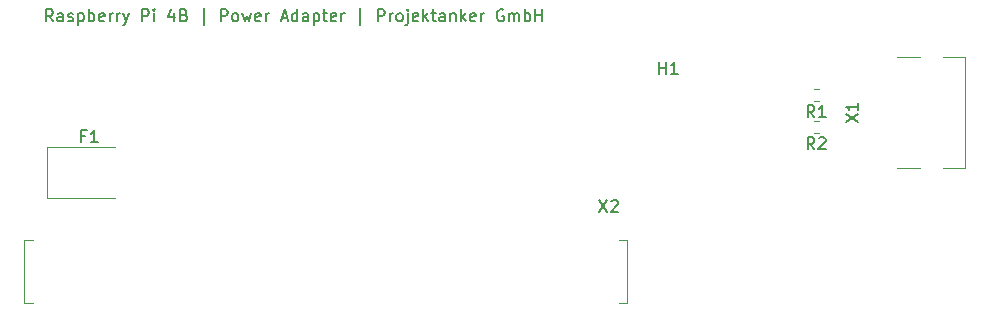
<source format=gto>
G04 #@! TF.GenerationSoftware,KiCad,Pcbnew,(5.1.5)-3*
G04 #@! TF.CreationDate,2021-11-13T16:12:44+01:00*
G04 #@! TF.ProjectId,rp4b-power-adapter,72703462-2d70-46f7-9765-722d61646170,rev?*
G04 #@! TF.SameCoordinates,PX5f5e100PY6052340*
G04 #@! TF.FileFunction,Legend,Top*
G04 #@! TF.FilePolarity,Positive*
%FSLAX46Y46*%
G04 Gerber Fmt 4.6, Leading zero omitted, Abs format (unit mm)*
G04 Created by KiCad (PCBNEW (5.1.5)-3) date 2021-11-13 16:12:44*
%MOMM*%
%LPD*%
G04 APERTURE LIST*
%ADD10C,0.150000*%
%ADD11C,0.120000*%
%ADD12C,1.902000*%
%ADD13R,1.122000X1.882000*%
%ADD14C,1.122000*%
%ADD15C,2.802000*%
%ADD16C,0.100000*%
%ADD17R,2.602000X2.402000*%
%ADD18R,1.552000X0.702000*%
%ADD19R,1.552000X0.402000*%
%ADD20O,2.202000X1.102000*%
%ADD21C,0.752000*%
%ADD22O,1.702000X1.102000*%
G04 APERTURE END LIST*
D10*
X2407023Y25697620D02*
X2073690Y26173810D01*
X1835595Y25697620D02*
X1835595Y26697620D01*
X2216547Y26697620D01*
X2311785Y26650000D01*
X2359404Y26602381D01*
X2407023Y26507143D01*
X2407023Y26364286D01*
X2359404Y26269048D01*
X2311785Y26221429D01*
X2216547Y26173810D01*
X1835595Y26173810D01*
X3264166Y25697620D02*
X3264166Y26221429D01*
X3216547Y26316667D01*
X3121309Y26364286D01*
X2930833Y26364286D01*
X2835595Y26316667D01*
X3264166Y25745239D02*
X3168928Y25697620D01*
X2930833Y25697620D01*
X2835595Y25745239D01*
X2787976Y25840477D01*
X2787976Y25935715D01*
X2835595Y26030953D01*
X2930833Y26078572D01*
X3168928Y26078572D01*
X3264166Y26126191D01*
X3692738Y25745239D02*
X3787976Y25697620D01*
X3978452Y25697620D01*
X4073690Y25745239D01*
X4121309Y25840477D01*
X4121309Y25888096D01*
X4073690Y25983334D01*
X3978452Y26030953D01*
X3835595Y26030953D01*
X3740357Y26078572D01*
X3692738Y26173810D01*
X3692738Y26221429D01*
X3740357Y26316667D01*
X3835595Y26364286D01*
X3978452Y26364286D01*
X4073690Y26316667D01*
X4549880Y26364286D02*
X4549880Y25364286D01*
X4549880Y26316667D02*
X4645119Y26364286D01*
X4835595Y26364286D01*
X4930833Y26316667D01*
X4978452Y26269048D01*
X5026071Y26173810D01*
X5026071Y25888096D01*
X4978452Y25792858D01*
X4930833Y25745239D01*
X4835595Y25697620D01*
X4645119Y25697620D01*
X4549880Y25745239D01*
X5454642Y25697620D02*
X5454642Y26697620D01*
X5454642Y26316667D02*
X5549880Y26364286D01*
X5740357Y26364286D01*
X5835595Y26316667D01*
X5883214Y26269048D01*
X5930833Y26173810D01*
X5930833Y25888096D01*
X5883214Y25792858D01*
X5835595Y25745239D01*
X5740357Y25697620D01*
X5549880Y25697620D01*
X5454642Y25745239D01*
X6740357Y25745239D02*
X6645119Y25697620D01*
X6454642Y25697620D01*
X6359404Y25745239D01*
X6311785Y25840477D01*
X6311785Y26221429D01*
X6359404Y26316667D01*
X6454642Y26364286D01*
X6645119Y26364286D01*
X6740357Y26316667D01*
X6787976Y26221429D01*
X6787976Y26126191D01*
X6311785Y26030953D01*
X7216547Y25697620D02*
X7216547Y26364286D01*
X7216547Y26173810D02*
X7264166Y26269048D01*
X7311785Y26316667D01*
X7407023Y26364286D01*
X7502261Y26364286D01*
X7835595Y25697620D02*
X7835595Y26364286D01*
X7835595Y26173810D02*
X7883214Y26269048D01*
X7930833Y26316667D01*
X8026071Y26364286D01*
X8121309Y26364286D01*
X8359404Y26364286D02*
X8597500Y25697620D01*
X8835595Y26364286D02*
X8597500Y25697620D01*
X8502261Y25459524D01*
X8454642Y25411905D01*
X8359404Y25364286D01*
X9978452Y25697620D02*
X9978452Y26697620D01*
X10359404Y26697620D01*
X10454642Y26650000D01*
X10502261Y26602381D01*
X10549880Y26507143D01*
X10549880Y26364286D01*
X10502261Y26269048D01*
X10454642Y26221429D01*
X10359404Y26173810D01*
X9978452Y26173810D01*
X10978452Y25697620D02*
X10978452Y26364286D01*
X10978452Y26697620D02*
X10930833Y26650000D01*
X10978452Y26602381D01*
X11026071Y26650000D01*
X10978452Y26697620D01*
X10978452Y26602381D01*
X12645119Y26364286D02*
X12645119Y25697620D01*
X12407023Y26745239D02*
X12168928Y26030953D01*
X12787976Y26030953D01*
X13502261Y26221429D02*
X13645119Y26173810D01*
X13692738Y26126191D01*
X13740357Y26030953D01*
X13740357Y25888096D01*
X13692738Y25792858D01*
X13645119Y25745239D01*
X13549880Y25697620D01*
X13168928Y25697620D01*
X13168928Y26697620D01*
X13502261Y26697620D01*
X13597500Y26650000D01*
X13645119Y26602381D01*
X13692738Y26507143D01*
X13692738Y26411905D01*
X13645119Y26316667D01*
X13597500Y26269048D01*
X13502261Y26221429D01*
X13168928Y26221429D01*
X15168928Y25364286D02*
X15168928Y26792858D01*
X16645119Y25697620D02*
X16645119Y26697620D01*
X17026071Y26697620D01*
X17121309Y26650000D01*
X17168928Y26602381D01*
X17216547Y26507143D01*
X17216547Y26364286D01*
X17168928Y26269048D01*
X17121309Y26221429D01*
X17026071Y26173810D01*
X16645119Y26173810D01*
X17787976Y25697620D02*
X17692738Y25745239D01*
X17645119Y25792858D01*
X17597500Y25888096D01*
X17597500Y26173810D01*
X17645119Y26269048D01*
X17692738Y26316667D01*
X17787976Y26364286D01*
X17930833Y26364286D01*
X18026071Y26316667D01*
X18073690Y26269048D01*
X18121309Y26173810D01*
X18121309Y25888096D01*
X18073690Y25792858D01*
X18026071Y25745239D01*
X17930833Y25697620D01*
X17787976Y25697620D01*
X18454642Y26364286D02*
X18645119Y25697620D01*
X18835595Y26173810D01*
X19026071Y25697620D01*
X19216547Y26364286D01*
X19978452Y25745239D02*
X19883214Y25697620D01*
X19692738Y25697620D01*
X19597500Y25745239D01*
X19549880Y25840477D01*
X19549880Y26221429D01*
X19597500Y26316667D01*
X19692738Y26364286D01*
X19883214Y26364286D01*
X19978452Y26316667D01*
X20026071Y26221429D01*
X20026071Y26126191D01*
X19549880Y26030953D01*
X20454642Y25697620D02*
X20454642Y26364286D01*
X20454642Y26173810D02*
X20502261Y26269048D01*
X20549880Y26316667D01*
X20645119Y26364286D01*
X20740357Y26364286D01*
X21787976Y25983334D02*
X22264166Y25983334D01*
X21692738Y25697620D02*
X22026071Y26697620D01*
X22359404Y25697620D01*
X23121309Y25697620D02*
X23121309Y26697620D01*
X23121309Y25745239D02*
X23026071Y25697620D01*
X22835595Y25697620D01*
X22740357Y25745239D01*
X22692738Y25792858D01*
X22645119Y25888096D01*
X22645119Y26173810D01*
X22692738Y26269048D01*
X22740357Y26316667D01*
X22835595Y26364286D01*
X23026071Y26364286D01*
X23121309Y26316667D01*
X24026071Y25697620D02*
X24026071Y26221429D01*
X23978452Y26316667D01*
X23883214Y26364286D01*
X23692738Y26364286D01*
X23597500Y26316667D01*
X24026071Y25745239D02*
X23930833Y25697620D01*
X23692738Y25697620D01*
X23597500Y25745239D01*
X23549880Y25840477D01*
X23549880Y25935715D01*
X23597500Y26030953D01*
X23692738Y26078572D01*
X23930833Y26078572D01*
X24026071Y26126191D01*
X24502261Y26364286D02*
X24502261Y25364286D01*
X24502261Y26316667D02*
X24597500Y26364286D01*
X24787976Y26364286D01*
X24883214Y26316667D01*
X24930833Y26269048D01*
X24978452Y26173810D01*
X24978452Y25888096D01*
X24930833Y25792858D01*
X24883214Y25745239D01*
X24787976Y25697620D01*
X24597500Y25697620D01*
X24502261Y25745239D01*
X25264166Y26364286D02*
X25645119Y26364286D01*
X25407023Y26697620D02*
X25407023Y25840477D01*
X25454642Y25745239D01*
X25549880Y25697620D01*
X25645119Y25697620D01*
X26359404Y25745239D02*
X26264166Y25697620D01*
X26073690Y25697620D01*
X25978452Y25745239D01*
X25930833Y25840477D01*
X25930833Y26221429D01*
X25978452Y26316667D01*
X26073690Y26364286D01*
X26264166Y26364286D01*
X26359404Y26316667D01*
X26407023Y26221429D01*
X26407023Y26126191D01*
X25930833Y26030953D01*
X26835595Y25697620D02*
X26835595Y26364286D01*
X26835595Y26173810D02*
X26883214Y26269048D01*
X26930833Y26316667D01*
X27026071Y26364286D01*
X27121309Y26364286D01*
X28454642Y25364286D02*
X28454642Y26792858D01*
X29930833Y25697620D02*
X29930833Y26697620D01*
X30311785Y26697620D01*
X30407023Y26650000D01*
X30454642Y26602381D01*
X30502261Y26507143D01*
X30502261Y26364286D01*
X30454642Y26269048D01*
X30407023Y26221429D01*
X30311785Y26173810D01*
X29930833Y26173810D01*
X30930833Y25697620D02*
X30930833Y26364286D01*
X30930833Y26173810D02*
X30978452Y26269048D01*
X31026071Y26316667D01*
X31121309Y26364286D01*
X31216547Y26364286D01*
X31692738Y25697620D02*
X31597500Y25745239D01*
X31549880Y25792858D01*
X31502261Y25888096D01*
X31502261Y26173810D01*
X31549880Y26269048D01*
X31597500Y26316667D01*
X31692738Y26364286D01*
X31835595Y26364286D01*
X31930833Y26316667D01*
X31978452Y26269048D01*
X32026071Y26173810D01*
X32026071Y25888096D01*
X31978452Y25792858D01*
X31930833Y25745239D01*
X31835595Y25697620D01*
X31692738Y25697620D01*
X32454642Y26364286D02*
X32454642Y25507143D01*
X32407023Y25411905D01*
X32311785Y25364286D01*
X32264166Y25364286D01*
X32454642Y26697620D02*
X32407023Y26650000D01*
X32454642Y26602381D01*
X32502261Y26650000D01*
X32454642Y26697620D01*
X32454642Y26602381D01*
X33311785Y25745239D02*
X33216547Y25697620D01*
X33026071Y25697620D01*
X32930833Y25745239D01*
X32883214Y25840477D01*
X32883214Y26221429D01*
X32930833Y26316667D01*
X33026071Y26364286D01*
X33216547Y26364286D01*
X33311785Y26316667D01*
X33359404Y26221429D01*
X33359404Y26126191D01*
X32883214Y26030953D01*
X33787976Y25697620D02*
X33787976Y26697620D01*
X33883214Y26078572D02*
X34168928Y25697620D01*
X34168928Y26364286D02*
X33787976Y25983334D01*
X34454642Y26364286D02*
X34835595Y26364286D01*
X34597500Y26697620D02*
X34597500Y25840477D01*
X34645119Y25745239D01*
X34740357Y25697620D01*
X34835595Y25697620D01*
X35597500Y25697620D02*
X35597500Y26221429D01*
X35549880Y26316667D01*
X35454642Y26364286D01*
X35264166Y26364286D01*
X35168928Y26316667D01*
X35597500Y25745239D02*
X35502261Y25697620D01*
X35264166Y25697620D01*
X35168928Y25745239D01*
X35121309Y25840477D01*
X35121309Y25935715D01*
X35168928Y26030953D01*
X35264166Y26078572D01*
X35502261Y26078572D01*
X35597500Y26126191D01*
X36073690Y26364286D02*
X36073690Y25697620D01*
X36073690Y26269048D02*
X36121309Y26316667D01*
X36216547Y26364286D01*
X36359404Y26364286D01*
X36454642Y26316667D01*
X36502261Y26221429D01*
X36502261Y25697620D01*
X36978452Y25697620D02*
X36978452Y26697620D01*
X37073690Y26078572D02*
X37359404Y25697620D01*
X37359404Y26364286D02*
X36978452Y25983334D01*
X38168928Y25745239D02*
X38073690Y25697620D01*
X37883214Y25697620D01*
X37787976Y25745239D01*
X37740357Y25840477D01*
X37740357Y26221429D01*
X37787976Y26316667D01*
X37883214Y26364286D01*
X38073690Y26364286D01*
X38168928Y26316667D01*
X38216547Y26221429D01*
X38216547Y26126191D01*
X37740357Y26030953D01*
X38645119Y25697620D02*
X38645119Y26364286D01*
X38645119Y26173810D02*
X38692738Y26269048D01*
X38740357Y26316667D01*
X38835595Y26364286D01*
X38930833Y26364286D01*
X40549880Y26650000D02*
X40454642Y26697620D01*
X40311785Y26697620D01*
X40168928Y26650000D01*
X40073690Y26554762D01*
X40026071Y26459524D01*
X39978452Y26269048D01*
X39978452Y26126191D01*
X40026071Y25935715D01*
X40073690Y25840477D01*
X40168928Y25745239D01*
X40311785Y25697620D01*
X40407023Y25697620D01*
X40549880Y25745239D01*
X40597500Y25792858D01*
X40597500Y26126191D01*
X40407023Y26126191D01*
X41026071Y25697620D02*
X41026071Y26364286D01*
X41026071Y26269048D02*
X41073690Y26316667D01*
X41168928Y26364286D01*
X41311785Y26364286D01*
X41407023Y26316667D01*
X41454642Y26221429D01*
X41454642Y25697620D01*
X41454642Y26221429D02*
X41502261Y26316667D01*
X41597500Y26364286D01*
X41740357Y26364286D01*
X41835595Y26316667D01*
X41883214Y26221429D01*
X41883214Y25697620D01*
X42359404Y25697620D02*
X42359404Y26697620D01*
X42359404Y26316667D02*
X42454642Y26364286D01*
X42645119Y26364286D01*
X42740357Y26316667D01*
X42787976Y26269048D01*
X42835595Y26173810D01*
X42835595Y25888096D01*
X42787976Y25792858D01*
X42740357Y25745239D01*
X42645119Y25697620D01*
X42454642Y25697620D01*
X42359404Y25745239D01*
X43264166Y25697620D02*
X43264166Y26697620D01*
X43264166Y26221429D02*
X43835595Y26221429D01*
X43835595Y25697620D02*
X43835595Y26697620D01*
D11*
X51010000Y7150000D02*
X50310000Y7150000D01*
X51010000Y1850000D02*
X51010000Y7150000D01*
X50310000Y1850000D02*
X51010000Y1850000D01*
X-10000Y7150000D02*
X690000Y7150000D01*
X-10000Y1850000D02*
X-10000Y7150000D01*
X690000Y1850000D02*
X-10000Y1850000D01*
X67287258Y17272500D02*
X66812742Y17272500D01*
X67287258Y16227500D02*
X66812742Y16227500D01*
X67287258Y19972500D02*
X66812742Y19972500D01*
X67287258Y18927500D02*
X66812742Y18927500D01*
X1950000Y15050000D02*
X7650000Y15050000D01*
X1950000Y10750000D02*
X7650000Y10750000D01*
X1950000Y15050000D02*
X1950000Y10750000D01*
X79650000Y13300000D02*
X79650000Y22700000D01*
X73850000Y22700000D02*
X75850000Y22700000D01*
X77750000Y22700000D02*
X79650000Y22700000D01*
X73850000Y13300000D02*
X75850000Y13300000D01*
X77750000Y13300000D02*
X79650000Y13300000D01*
D10*
X48690476Y10547620D02*
X49357142Y9547620D01*
X49357142Y10547620D02*
X48690476Y9547620D01*
X49690476Y10452381D02*
X49738095Y10500000D01*
X49833333Y10547620D01*
X50071428Y10547620D01*
X50166666Y10500000D01*
X50214285Y10452381D01*
X50261904Y10357143D01*
X50261904Y10261905D01*
X50214285Y10119048D01*
X49642857Y9547620D01*
X50261904Y9547620D01*
X53738095Y21247620D02*
X53738095Y22247620D01*
X53738095Y21771429D02*
X54309523Y21771429D01*
X54309523Y21247620D02*
X54309523Y22247620D01*
X55309523Y21247620D02*
X54738095Y21247620D01*
X55023809Y21247620D02*
X55023809Y22247620D01*
X54928571Y22104762D01*
X54833333Y22009524D01*
X54738095Y21961905D01*
X66883333Y14867620D02*
X66550000Y15343810D01*
X66311904Y14867620D02*
X66311904Y15867620D01*
X66692857Y15867620D01*
X66788095Y15820000D01*
X66835714Y15772381D01*
X66883333Y15677143D01*
X66883333Y15534286D01*
X66835714Y15439048D01*
X66788095Y15391429D01*
X66692857Y15343810D01*
X66311904Y15343810D01*
X67264285Y15772381D02*
X67311904Y15820000D01*
X67407142Y15867620D01*
X67645238Y15867620D01*
X67740476Y15820000D01*
X67788095Y15772381D01*
X67835714Y15677143D01*
X67835714Y15581905D01*
X67788095Y15439048D01*
X67216666Y14867620D01*
X67835714Y14867620D01*
X66883333Y17567620D02*
X66550000Y18043810D01*
X66311904Y17567620D02*
X66311904Y18567620D01*
X66692857Y18567620D01*
X66788095Y18520000D01*
X66835714Y18472381D01*
X66883333Y18377143D01*
X66883333Y18234286D01*
X66835714Y18139048D01*
X66788095Y18091429D01*
X66692857Y18043810D01*
X66311904Y18043810D01*
X67835714Y17567620D02*
X67264285Y17567620D01*
X67550000Y17567620D02*
X67550000Y18567620D01*
X67454761Y18424762D01*
X67359523Y18329524D01*
X67264285Y18281905D01*
X5166666Y15971429D02*
X4833333Y15971429D01*
X4833333Y15447620D02*
X4833333Y16447620D01*
X5309523Y16447620D01*
X6214285Y15447620D02*
X5642857Y15447620D01*
X5928571Y15447620D02*
X5928571Y16447620D01*
X5833333Y16304762D01*
X5738095Y16209524D01*
X5642857Y16161905D01*
X69557380Y17190477D02*
X70557380Y17857143D01*
X69557380Y17857143D02*
X70557380Y17190477D01*
X70557380Y18761905D02*
X70557380Y18190477D01*
X70557380Y18476191D02*
X69557380Y18476191D01*
X69700238Y18380953D01*
X69795476Y18285715D01*
X69843095Y18190477D01*
%LPC*%
D12*
X45820000Y4500000D03*
X5180000Y4500000D03*
D13*
X49630000Y7410000D03*
X47090000Y7410000D03*
X44550000Y7410000D03*
X42010000Y7410000D03*
X39470000Y7410000D03*
X36930000Y7410000D03*
X34390000Y7410000D03*
X31850000Y7410000D03*
X29310000Y7410000D03*
X26770000Y7410000D03*
X24230000Y7410000D03*
X21690000Y7410000D03*
X19150000Y7410000D03*
X16610000Y7410000D03*
X14070000Y7410000D03*
X11530000Y7410000D03*
X8990000Y7410000D03*
X6450000Y7410000D03*
X3910000Y7410000D03*
X1370000Y7410000D03*
X49630000Y1590000D03*
X47090000Y1590000D03*
X44550000Y1590000D03*
X42010000Y1590000D03*
X39470000Y1590000D03*
X36930000Y1590000D03*
X34390000Y1590000D03*
X31850000Y1590000D03*
X29310000Y1590000D03*
X26770000Y1590000D03*
X24230000Y1590000D03*
X21690000Y1590000D03*
X19150000Y1590000D03*
X16610000Y1590000D03*
X14070000Y1590000D03*
X11530000Y1590000D03*
X8990000Y1590000D03*
X6450000Y1590000D03*
X3910000Y1590000D03*
X1370000Y1590000D03*
D14*
X49630000Y5770000D03*
X47090000Y5770000D03*
X44550000Y5770000D03*
X42010000Y5770000D03*
X39470000Y5770000D03*
X36930000Y5770000D03*
X34390000Y5770000D03*
X31850000Y5770000D03*
X29310000Y5770000D03*
X26770000Y5770000D03*
X24230000Y5770000D03*
X21690000Y5770000D03*
X19150000Y5770000D03*
X16610000Y5770000D03*
X14070000Y5770000D03*
X11530000Y5770000D03*
X8990000Y5770000D03*
X6450000Y5770000D03*
X3910000Y5770000D03*
X1370000Y5770000D03*
X49630000Y3230000D03*
X47090000Y3230000D03*
X44550000Y3230000D03*
X42010000Y3230000D03*
X39470000Y3230000D03*
X36930000Y3230000D03*
X34390000Y3230000D03*
X31850000Y3230000D03*
X29310000Y3230000D03*
X26770000Y3230000D03*
X24230000Y3230000D03*
X21690000Y3230000D03*
X19150000Y3230000D03*
X16610000Y3230000D03*
X14070000Y3230000D03*
X11530000Y3230000D03*
X8990000Y3230000D03*
X6450000Y3230000D03*
X3910000Y3230000D03*
X1370000Y3230000D03*
D12*
X48360000Y4500000D03*
X2640000Y4500000D03*
D15*
X54500000Y18000000D03*
D16*
G36*
X66472603Y17274914D02*
G01*
X66494493Y17271667D01*
X66515959Y17266290D01*
X66536795Y17258835D01*
X66556800Y17249373D01*
X66575781Y17237996D01*
X66593556Y17224814D01*
X66609953Y17209953D01*
X66624814Y17193556D01*
X66637996Y17175781D01*
X66649373Y17156800D01*
X66658835Y17136795D01*
X66666290Y17115959D01*
X66671667Y17094493D01*
X66674914Y17072603D01*
X66676000Y17050500D01*
X66676000Y16449500D01*
X66674914Y16427397D01*
X66671667Y16405507D01*
X66666290Y16384041D01*
X66658835Y16363205D01*
X66649373Y16343200D01*
X66637996Y16324219D01*
X66624814Y16306444D01*
X66609953Y16290047D01*
X66593556Y16275186D01*
X66575781Y16262004D01*
X66556800Y16250627D01*
X66536795Y16241165D01*
X66515959Y16233710D01*
X66494493Y16228333D01*
X66472603Y16225086D01*
X66450500Y16224000D01*
X65999500Y16224000D01*
X65977397Y16225086D01*
X65955507Y16228333D01*
X65934041Y16233710D01*
X65913205Y16241165D01*
X65893200Y16250627D01*
X65874219Y16262004D01*
X65856444Y16275186D01*
X65840047Y16290047D01*
X65825186Y16306444D01*
X65812004Y16324219D01*
X65800627Y16343200D01*
X65791165Y16363205D01*
X65783710Y16384041D01*
X65778333Y16405507D01*
X65775086Y16427397D01*
X65774000Y16449500D01*
X65774000Y17050500D01*
X65775086Y17072603D01*
X65778333Y17094493D01*
X65783710Y17115959D01*
X65791165Y17136795D01*
X65800627Y17156800D01*
X65812004Y17175781D01*
X65825186Y17193556D01*
X65840047Y17209953D01*
X65856444Y17224814D01*
X65874219Y17237996D01*
X65893200Y17249373D01*
X65913205Y17258835D01*
X65934041Y17266290D01*
X65955507Y17271667D01*
X65977397Y17274914D01*
X65999500Y17276000D01*
X66450500Y17276000D01*
X66472603Y17274914D01*
G37*
G36*
X68122603Y17274914D02*
G01*
X68144493Y17271667D01*
X68165959Y17266290D01*
X68186795Y17258835D01*
X68206800Y17249373D01*
X68225781Y17237996D01*
X68243556Y17224814D01*
X68259953Y17209953D01*
X68274814Y17193556D01*
X68287996Y17175781D01*
X68299373Y17156800D01*
X68308835Y17136795D01*
X68316290Y17115959D01*
X68321667Y17094493D01*
X68324914Y17072603D01*
X68326000Y17050500D01*
X68326000Y16449500D01*
X68324914Y16427397D01*
X68321667Y16405507D01*
X68316290Y16384041D01*
X68308835Y16363205D01*
X68299373Y16343200D01*
X68287996Y16324219D01*
X68274814Y16306444D01*
X68259953Y16290047D01*
X68243556Y16275186D01*
X68225781Y16262004D01*
X68206800Y16250627D01*
X68186795Y16241165D01*
X68165959Y16233710D01*
X68144493Y16228333D01*
X68122603Y16225086D01*
X68100500Y16224000D01*
X67649500Y16224000D01*
X67627397Y16225086D01*
X67605507Y16228333D01*
X67584041Y16233710D01*
X67563205Y16241165D01*
X67543200Y16250627D01*
X67524219Y16262004D01*
X67506444Y16275186D01*
X67490047Y16290047D01*
X67475186Y16306444D01*
X67462004Y16324219D01*
X67450627Y16343200D01*
X67441165Y16363205D01*
X67433710Y16384041D01*
X67428333Y16405507D01*
X67425086Y16427397D01*
X67424000Y16449500D01*
X67424000Y17050500D01*
X67425086Y17072603D01*
X67428333Y17094493D01*
X67433710Y17115959D01*
X67441165Y17136795D01*
X67450627Y17156800D01*
X67462004Y17175781D01*
X67475186Y17193556D01*
X67490047Y17209953D01*
X67506444Y17224814D01*
X67524219Y17237996D01*
X67543200Y17249373D01*
X67563205Y17258835D01*
X67584041Y17266290D01*
X67605507Y17271667D01*
X67627397Y17274914D01*
X67649500Y17276000D01*
X68100500Y17276000D01*
X68122603Y17274914D01*
G37*
G36*
X66472603Y19974914D02*
G01*
X66494493Y19971667D01*
X66515959Y19966290D01*
X66536795Y19958835D01*
X66556800Y19949373D01*
X66575781Y19937996D01*
X66593556Y19924814D01*
X66609953Y19909953D01*
X66624814Y19893556D01*
X66637996Y19875781D01*
X66649373Y19856800D01*
X66658835Y19836795D01*
X66666290Y19815959D01*
X66671667Y19794493D01*
X66674914Y19772603D01*
X66676000Y19750500D01*
X66676000Y19149500D01*
X66674914Y19127397D01*
X66671667Y19105507D01*
X66666290Y19084041D01*
X66658835Y19063205D01*
X66649373Y19043200D01*
X66637996Y19024219D01*
X66624814Y19006444D01*
X66609953Y18990047D01*
X66593556Y18975186D01*
X66575781Y18962004D01*
X66556800Y18950627D01*
X66536795Y18941165D01*
X66515959Y18933710D01*
X66494493Y18928333D01*
X66472603Y18925086D01*
X66450500Y18924000D01*
X65999500Y18924000D01*
X65977397Y18925086D01*
X65955507Y18928333D01*
X65934041Y18933710D01*
X65913205Y18941165D01*
X65893200Y18950627D01*
X65874219Y18962004D01*
X65856444Y18975186D01*
X65840047Y18990047D01*
X65825186Y19006444D01*
X65812004Y19024219D01*
X65800627Y19043200D01*
X65791165Y19063205D01*
X65783710Y19084041D01*
X65778333Y19105507D01*
X65775086Y19127397D01*
X65774000Y19149500D01*
X65774000Y19750500D01*
X65775086Y19772603D01*
X65778333Y19794493D01*
X65783710Y19815959D01*
X65791165Y19836795D01*
X65800627Y19856800D01*
X65812004Y19875781D01*
X65825186Y19893556D01*
X65840047Y19909953D01*
X65856444Y19924814D01*
X65874219Y19937996D01*
X65893200Y19949373D01*
X65913205Y19958835D01*
X65934041Y19966290D01*
X65955507Y19971667D01*
X65977397Y19974914D01*
X65999500Y19976000D01*
X66450500Y19976000D01*
X66472603Y19974914D01*
G37*
G36*
X68122603Y19974914D02*
G01*
X68144493Y19971667D01*
X68165959Y19966290D01*
X68186795Y19958835D01*
X68206800Y19949373D01*
X68225781Y19937996D01*
X68243556Y19924814D01*
X68259953Y19909953D01*
X68274814Y19893556D01*
X68287996Y19875781D01*
X68299373Y19856800D01*
X68308835Y19836795D01*
X68316290Y19815959D01*
X68321667Y19794493D01*
X68324914Y19772603D01*
X68326000Y19750500D01*
X68326000Y19149500D01*
X68324914Y19127397D01*
X68321667Y19105507D01*
X68316290Y19084041D01*
X68308835Y19063205D01*
X68299373Y19043200D01*
X68287996Y19024219D01*
X68274814Y19006444D01*
X68259953Y18990047D01*
X68243556Y18975186D01*
X68225781Y18962004D01*
X68206800Y18950627D01*
X68186795Y18941165D01*
X68165959Y18933710D01*
X68144493Y18928333D01*
X68122603Y18925086D01*
X68100500Y18924000D01*
X67649500Y18924000D01*
X67627397Y18925086D01*
X67605507Y18928333D01*
X67584041Y18933710D01*
X67563205Y18941165D01*
X67543200Y18950627D01*
X67524219Y18962004D01*
X67506444Y18975186D01*
X67490047Y18990047D01*
X67475186Y19006444D01*
X67462004Y19024219D01*
X67450627Y19043200D01*
X67441165Y19063205D01*
X67433710Y19084041D01*
X67428333Y19105507D01*
X67425086Y19127397D01*
X67424000Y19149500D01*
X67424000Y19750500D01*
X67425086Y19772603D01*
X67428333Y19794493D01*
X67433710Y19815959D01*
X67441165Y19836795D01*
X67450627Y19856800D01*
X67462004Y19875781D01*
X67475186Y19893556D01*
X67490047Y19909953D01*
X67506444Y19924814D01*
X67524219Y19937996D01*
X67543200Y19949373D01*
X67563205Y19958835D01*
X67584041Y19966290D01*
X67605507Y19971667D01*
X67627397Y19974914D01*
X67649500Y19976000D01*
X68100500Y19976000D01*
X68122603Y19974914D01*
G37*
D17*
X7650000Y12900000D03*
X3350000Y12900000D03*
D18*
X71705000Y21250000D03*
X71705000Y20450000D03*
X71705000Y15550000D03*
X71705000Y14750000D03*
X71705000Y14750000D03*
X71705000Y15550000D03*
X71705000Y20450000D03*
X71705000Y21250000D03*
D19*
X71705000Y16250000D03*
X71705000Y16750000D03*
X71705000Y17250000D03*
X71705000Y18250000D03*
X71705000Y18750000D03*
X71705000Y19250000D03*
X71705000Y19750000D03*
X71705000Y17750000D03*
D20*
X72620000Y22320000D03*
X72620000Y13680000D03*
D21*
X73150000Y15110000D03*
D22*
X76800000Y13680000D03*
D21*
X73150000Y20890000D03*
D22*
X76800000Y22320000D03*
M02*

</source>
